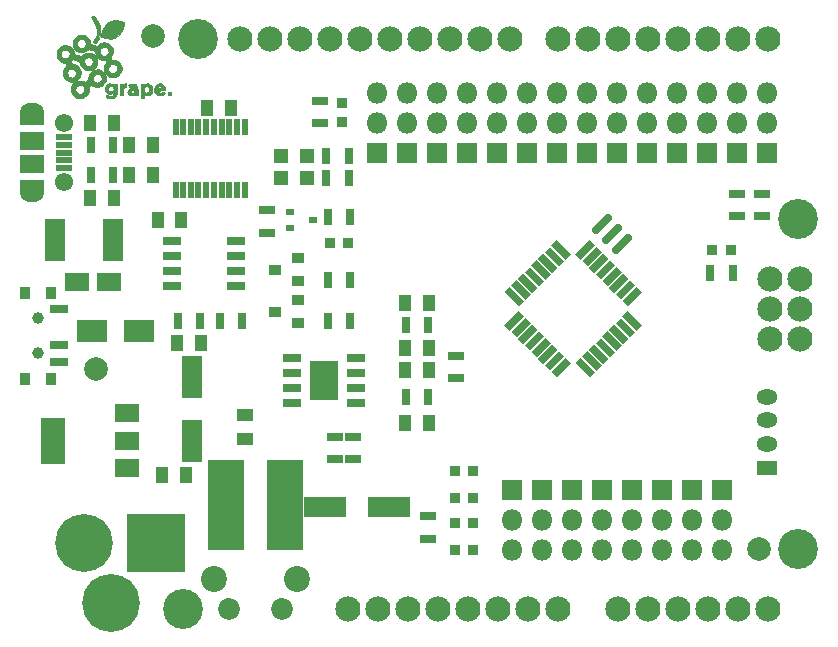
<source format=gts>
%TF.GenerationSoftware,KiCad,Pcbnew,4.0.7*%
%TF.CreationDate,2018-07-15T20:27:14+02:00*%
%TF.ProjectId,Grape,47726170652E6B696361645F70636200,rev?*%
%TF.FileFunction,Soldermask,Top*%
%FSLAX46Y46*%
G04 Gerber Fmt 4.6, Leading zero omitted, Abs format (unit mm)*
G04 Created by KiCad (PCBNEW 4.0.7) date 07/15/18 20:27:14*
%MOMM*%
%LPD*%
G01*
G04 APERTURE LIST*
%ADD10C,0.150000*%
%ADD11C,0.010000*%
%ADD12C,2.000000*%
%ADD13C,2.133600*%
%ADD14C,3.378200*%
%ADD15R,1.100000X1.350000*%
%ADD16R,2.050000X1.600000*%
%ADD17R,0.900000X0.850000*%
%ADD18R,3.600000X1.700000*%
%ADD19R,1.700000X3.600000*%
%ADD20R,1.350000X1.100000*%
%ADD21R,2.600000X1.900000*%
%ADD22R,0.900000X0.900000*%
%ADD23C,4.900000*%
%ADD24R,4.900000X4.900000*%
%ADD25R,3.100000X7.600000*%
%ADD26R,0.800000X1.400000*%
%ADD27R,1.300000X1.300000*%
%ADD28R,1.800000X1.800000*%
%ADD29O,1.800000X1.800000*%
%ADD30R,1.800000X1.300000*%
%ADD31O,1.800000X1.300000*%
%ADD32R,0.800000X0.550000*%
%ADD33R,1.000000X0.900000*%
%ADD34R,1.400000X0.800000*%
%ADD35C,2.200000*%
%ADD36C,1.850000*%
%ADD37C,1.000000*%
%ADD38R,1.600000X0.800000*%
%ADD39R,0.900000X1.100000*%
%ADD40R,0.506400X1.370000*%
%ADD41R,1.650000X0.700000*%
%ADD42R,2.100000X3.900000*%
%ADD43R,2.100000X1.600000*%
%ADD44R,1.300000X1.700000*%
%ADD45C,0.652780*%
%ADD46R,2.000000X1.600000*%
%ADD47C,1.550000*%
%ADD48R,1.450000X0.500000*%
%ADD49O,2.000000X1.300000*%
%ADD50R,2.000000X1.300000*%
G04 APERTURE END LIST*
D10*
D11*
G36*
X7984085Y-6464626D02*
X8108426Y-6514580D01*
X8125680Y-6526148D01*
X8176830Y-6561164D01*
X8198885Y-6567189D01*
X8204091Y-6544748D01*
X8204200Y-6529529D01*
X8209809Y-6499237D01*
X8234728Y-6483456D01*
X8291093Y-6477623D01*
X8343900Y-6477000D01*
X8483600Y-6477000D01*
X8482493Y-6864350D01*
X8479647Y-7072827D01*
X8471150Y-7237492D01*
X8455074Y-7365198D01*
X8429489Y-7462796D01*
X8392466Y-7537138D01*
X8342075Y-7595076D01*
X8276389Y-7643462D01*
X8260414Y-7653083D01*
X8173828Y-7685163D01*
X8055006Y-7704891D01*
X7921251Y-7711180D01*
X7789863Y-7702942D01*
X7707992Y-7687804D01*
X7610520Y-7661084D01*
X7555380Y-7637811D01*
X7535287Y-7610523D01*
X7542959Y-7571758D01*
X7559823Y-7536008D01*
X7588507Y-7480689D01*
X7605640Y-7449696D01*
X7606741Y-7448105D01*
X7632212Y-7450362D01*
X7693048Y-7462967D01*
X7767679Y-7481084D01*
X7913649Y-7503347D01*
X8035353Y-7491535D01*
X8127714Y-7447959D01*
X8185655Y-7374932D01*
X8204200Y-7282334D01*
X8201633Y-7233646D01*
X8187405Y-7229205D01*
X8160757Y-7253414D01*
X8082253Y-7308167D01*
X7980729Y-7349439D01*
X7883912Y-7365997D01*
X7882835Y-7366000D01*
X7780159Y-7345840D01*
X7672486Y-7293082D01*
X7579896Y-7219306D01*
X7538407Y-7167347D01*
X7502380Y-7093829D01*
X7484584Y-7009638D01*
X7480300Y-6908800D01*
X7747000Y-6908800D01*
X7767503Y-7013315D01*
X7822275Y-7088764D01*
X7901204Y-7130802D01*
X7994181Y-7135088D01*
X8091094Y-7097276D01*
X8126051Y-7071642D01*
X8187512Y-6992600D01*
X8206923Y-6904224D01*
X8188707Y-6817683D01*
X8137291Y-6744151D01*
X8057100Y-6694798D01*
X7970981Y-6680200D01*
X7865442Y-6701201D01*
X7790726Y-6760919D01*
X7751666Y-6854420D01*
X7747000Y-6908800D01*
X7480300Y-6908800D01*
X7495883Y-6756319D01*
X7545089Y-6638388D01*
X7631597Y-6548518D01*
X7711596Y-6501094D01*
X7848073Y-6459904D01*
X7984085Y-6464626D01*
X7984085Y-6464626D01*
G37*
X7984085Y-6464626D02*
X8108426Y-6514580D01*
X8125680Y-6526148D01*
X8176830Y-6561164D01*
X8198885Y-6567189D01*
X8204091Y-6544748D01*
X8204200Y-6529529D01*
X8209809Y-6499237D01*
X8234728Y-6483456D01*
X8291093Y-6477623D01*
X8343900Y-6477000D01*
X8483600Y-6477000D01*
X8482493Y-6864350D01*
X8479647Y-7072827D01*
X8471150Y-7237492D01*
X8455074Y-7365198D01*
X8429489Y-7462796D01*
X8392466Y-7537138D01*
X8342075Y-7595076D01*
X8276389Y-7643462D01*
X8260414Y-7653083D01*
X8173828Y-7685163D01*
X8055006Y-7704891D01*
X7921251Y-7711180D01*
X7789863Y-7702942D01*
X7707992Y-7687804D01*
X7610520Y-7661084D01*
X7555380Y-7637811D01*
X7535287Y-7610523D01*
X7542959Y-7571758D01*
X7559823Y-7536008D01*
X7588507Y-7480689D01*
X7605640Y-7449696D01*
X7606741Y-7448105D01*
X7632212Y-7450362D01*
X7693048Y-7462967D01*
X7767679Y-7481084D01*
X7913649Y-7503347D01*
X8035353Y-7491535D01*
X8127714Y-7447959D01*
X8185655Y-7374932D01*
X8204200Y-7282334D01*
X8201633Y-7233646D01*
X8187405Y-7229205D01*
X8160757Y-7253414D01*
X8082253Y-7308167D01*
X7980729Y-7349439D01*
X7883912Y-7365997D01*
X7882835Y-7366000D01*
X7780159Y-7345840D01*
X7672486Y-7293082D01*
X7579896Y-7219306D01*
X7538407Y-7167347D01*
X7502380Y-7093829D01*
X7484584Y-7009638D01*
X7480300Y-6908800D01*
X7747000Y-6908800D01*
X7767503Y-7013315D01*
X7822275Y-7088764D01*
X7901204Y-7130802D01*
X7994181Y-7135088D01*
X8091094Y-7097276D01*
X8126051Y-7071642D01*
X8187512Y-6992600D01*
X8206923Y-6904224D01*
X8188707Y-6817683D01*
X8137291Y-6744151D01*
X8057100Y-6694798D01*
X7970981Y-6680200D01*
X7865442Y-6701201D01*
X7790726Y-6760919D01*
X7751666Y-6854420D01*
X7747000Y-6908800D01*
X7480300Y-6908800D01*
X7495883Y-6756319D01*
X7545089Y-6638388D01*
X7631597Y-6548518D01*
X7711596Y-6501094D01*
X7848073Y-6459904D01*
X7984085Y-6464626D01*
G36*
X11217055Y-6490432D02*
X11329444Y-6559769D01*
X11419199Y-6665085D01*
X11428879Y-6681663D01*
X11480118Y-6821475D01*
X11494346Y-6977898D01*
X11471562Y-7132749D01*
X11428879Y-7239320D01*
X11345440Y-7346260D01*
X11236753Y-7419889D01*
X11113939Y-7457281D01*
X10988119Y-7455509D01*
X10870415Y-7411645D01*
X10843156Y-7393461D01*
X10769600Y-7339079D01*
X10769600Y-7721600D01*
X10490200Y-7721600D01*
X10490200Y-6994369D01*
X10764375Y-6994369D01*
X10791063Y-7084463D01*
X10840220Y-7161226D01*
X10907480Y-7215852D01*
X10988474Y-7239537D01*
X11078835Y-7223474D01*
X11101206Y-7212847D01*
X11159378Y-7158032D01*
X11204385Y-7072869D01*
X11226130Y-6977716D01*
X11226800Y-6959600D01*
X11208178Y-6846857D01*
X11158195Y-6759362D01*
X11085670Y-6702624D01*
X10999424Y-6682155D01*
X10908275Y-6703467D01*
X10862800Y-6732155D01*
X10795877Y-6809410D01*
X10764524Y-6899749D01*
X10764375Y-6994369D01*
X10490200Y-6994369D01*
X10490200Y-6477000D01*
X10629900Y-6477000D01*
X10710461Y-6479109D01*
X10752430Y-6488479D01*
X10767942Y-6509673D01*
X10769600Y-6529529D01*
X10771701Y-6562252D01*
X10786171Y-6566704D01*
X10825255Y-6542356D01*
X10848119Y-6526148D01*
X10965990Y-6470835D01*
X11092436Y-6459859D01*
X11217055Y-6490432D01*
X11217055Y-6490432D01*
G37*
X11217055Y-6490432D02*
X11329444Y-6559769D01*
X11419199Y-6665085D01*
X11428879Y-6681663D01*
X11480118Y-6821475D01*
X11494346Y-6977898D01*
X11471562Y-7132749D01*
X11428879Y-7239320D01*
X11345440Y-7346260D01*
X11236753Y-7419889D01*
X11113939Y-7457281D01*
X10988119Y-7455509D01*
X10870415Y-7411645D01*
X10843156Y-7393461D01*
X10769600Y-7339079D01*
X10769600Y-7721600D01*
X10490200Y-7721600D01*
X10490200Y-6994369D01*
X10764375Y-6994369D01*
X10791063Y-7084463D01*
X10840220Y-7161226D01*
X10907480Y-7215852D01*
X10988474Y-7239537D01*
X11078835Y-7223474D01*
X11101206Y-7212847D01*
X11159378Y-7158032D01*
X11204385Y-7072869D01*
X11226130Y-6977716D01*
X11226800Y-6959600D01*
X11208178Y-6846857D01*
X11158195Y-6759362D01*
X11085670Y-6702624D01*
X10999424Y-6682155D01*
X10908275Y-6703467D01*
X10862800Y-6732155D01*
X10795877Y-6809410D01*
X10764524Y-6899749D01*
X10764375Y-6994369D01*
X10490200Y-6994369D01*
X10490200Y-6477000D01*
X10629900Y-6477000D01*
X10710461Y-6479109D01*
X10752430Y-6488479D01*
X10767942Y-6509673D01*
X10769600Y-6529529D01*
X10771701Y-6562252D01*
X10786171Y-6566704D01*
X10825255Y-6542356D01*
X10848119Y-6526148D01*
X10965990Y-6470835D01*
X11092436Y-6459859D01*
X11217055Y-6490432D01*
G36*
X7022661Y-5301310D02*
X7174101Y-5363250D01*
X7308621Y-5456588D01*
X7419774Y-5579045D01*
X7501114Y-5728345D01*
X7546196Y-5902212D01*
X7553199Y-6007100D01*
X7531043Y-6204909D01*
X7463844Y-6379292D01*
X7351877Y-6529772D01*
X7195419Y-6655875D01*
X7165766Y-6674058D01*
X7086772Y-6712749D01*
X6999124Y-6736324D01*
X6883859Y-6749491D01*
X6854210Y-6751383D01*
X6747711Y-6755624D01*
X6671047Y-6750897D01*
X6603509Y-6733316D01*
X6524388Y-6698993D01*
X6492527Y-6683487D01*
X6409997Y-6644133D01*
X6345443Y-6615707D01*
X6312149Y-6604039D01*
X6311446Y-6604000D01*
X6280263Y-6616568D01*
X6222506Y-6648623D01*
X6184046Y-6672186D01*
X6076267Y-6740373D01*
X6089251Y-6883562D01*
X6082651Y-7072106D01*
X6031260Y-7250188D01*
X5939615Y-7409099D01*
X5812253Y-7540132D01*
X5712906Y-7605987D01*
X5581511Y-7657507D01*
X5428118Y-7686927D01*
X5272267Y-7692492D01*
X5133495Y-7672447D01*
X5098226Y-7661219D01*
X4923281Y-7571114D01*
X4784277Y-7446606D01*
X4684014Y-7291791D01*
X4625292Y-7110766D01*
X4614031Y-6989292D01*
X4966015Y-6989292D01*
X4997240Y-7104577D01*
X5062020Y-7204213D01*
X5152216Y-7281449D01*
X5259688Y-7329534D01*
X5376296Y-7341716D01*
X5493900Y-7311243D01*
X5506711Y-7304913D01*
X5620451Y-7221544D01*
X5693934Y-7116949D01*
X5727301Y-7000370D01*
X5720689Y-6881051D01*
X5674238Y-6768232D01*
X5588086Y-6671157D01*
X5496313Y-6613675D01*
X5374774Y-6581823D01*
X5251841Y-6594002D01*
X5138395Y-6644951D01*
X5045318Y-6729406D01*
X4983490Y-6842104D01*
X4976485Y-6865111D01*
X4966015Y-6989292D01*
X4614031Y-6989292D01*
X4610100Y-6946900D01*
X4633252Y-6754966D01*
X4699441Y-6584682D01*
X4803764Y-6440889D01*
X4941317Y-6328432D01*
X5107197Y-6252153D01*
X5296502Y-6216895D01*
X5351033Y-6215036D01*
X5468989Y-6219589D01*
X5561234Y-6237404D01*
X5652195Y-6273564D01*
X5667082Y-6280807D01*
X5800997Y-6347080D01*
X6069159Y-6184900D01*
X6069879Y-6043460D01*
X6072385Y-6020480D01*
X6428871Y-6020480D01*
X6452087Y-6139375D01*
X6483954Y-6199589D01*
X6584418Y-6311957D01*
X6701054Y-6378580D01*
X6829031Y-6397803D01*
X6963515Y-6367968D01*
X6968851Y-6365777D01*
X7077349Y-6295853D01*
X7151172Y-6197729D01*
X7188603Y-6081857D01*
X7187929Y-5958691D01*
X7147434Y-5838686D01*
X7071762Y-5738327D01*
X7010962Y-5687330D01*
X6949232Y-5659718D01*
X6864242Y-5646487D01*
X6839232Y-5644543D01*
X6745087Y-5642196D01*
X6678776Y-5654403D01*
X6618310Y-5685810D01*
X6606580Y-5693702D01*
X6508756Y-5786761D01*
X6448641Y-5899315D01*
X6428871Y-6020480D01*
X6072385Y-6020480D01*
X6091354Y-5846554D01*
X6151945Y-5672437D01*
X6237260Y-5542261D01*
X6376613Y-5413061D01*
X6531276Y-5326643D01*
X6694802Y-5280730D01*
X6860746Y-5273044D01*
X7022661Y-5301310D01*
X7022661Y-5301310D01*
G37*
X7022661Y-5301310D02*
X7174101Y-5363250D01*
X7308621Y-5456588D01*
X7419774Y-5579045D01*
X7501114Y-5728345D01*
X7546196Y-5902212D01*
X7553199Y-6007100D01*
X7531043Y-6204909D01*
X7463844Y-6379292D01*
X7351877Y-6529772D01*
X7195419Y-6655875D01*
X7165766Y-6674058D01*
X7086772Y-6712749D01*
X6999124Y-6736324D01*
X6883859Y-6749491D01*
X6854210Y-6751383D01*
X6747711Y-6755624D01*
X6671047Y-6750897D01*
X6603509Y-6733316D01*
X6524388Y-6698993D01*
X6492527Y-6683487D01*
X6409997Y-6644133D01*
X6345443Y-6615707D01*
X6312149Y-6604039D01*
X6311446Y-6604000D01*
X6280263Y-6616568D01*
X6222506Y-6648623D01*
X6184046Y-6672186D01*
X6076267Y-6740373D01*
X6089251Y-6883562D01*
X6082651Y-7072106D01*
X6031260Y-7250188D01*
X5939615Y-7409099D01*
X5812253Y-7540132D01*
X5712906Y-7605987D01*
X5581511Y-7657507D01*
X5428118Y-7686927D01*
X5272267Y-7692492D01*
X5133495Y-7672447D01*
X5098226Y-7661219D01*
X4923281Y-7571114D01*
X4784277Y-7446606D01*
X4684014Y-7291791D01*
X4625292Y-7110766D01*
X4614031Y-6989292D01*
X4966015Y-6989292D01*
X4997240Y-7104577D01*
X5062020Y-7204213D01*
X5152216Y-7281449D01*
X5259688Y-7329534D01*
X5376296Y-7341716D01*
X5493900Y-7311243D01*
X5506711Y-7304913D01*
X5620451Y-7221544D01*
X5693934Y-7116949D01*
X5727301Y-7000370D01*
X5720689Y-6881051D01*
X5674238Y-6768232D01*
X5588086Y-6671157D01*
X5496313Y-6613675D01*
X5374774Y-6581823D01*
X5251841Y-6594002D01*
X5138395Y-6644951D01*
X5045318Y-6729406D01*
X4983490Y-6842104D01*
X4976485Y-6865111D01*
X4966015Y-6989292D01*
X4614031Y-6989292D01*
X4610100Y-6946900D01*
X4633252Y-6754966D01*
X4699441Y-6584682D01*
X4803764Y-6440889D01*
X4941317Y-6328432D01*
X5107197Y-6252153D01*
X5296502Y-6216895D01*
X5351033Y-6215036D01*
X5468989Y-6219589D01*
X5561234Y-6237404D01*
X5652195Y-6273564D01*
X5667082Y-6280807D01*
X5800997Y-6347080D01*
X6069159Y-6184900D01*
X6069879Y-6043460D01*
X6072385Y-6020480D01*
X6428871Y-6020480D01*
X6452087Y-6139375D01*
X6483954Y-6199589D01*
X6584418Y-6311957D01*
X6701054Y-6378580D01*
X6829031Y-6397803D01*
X6963515Y-6367968D01*
X6968851Y-6365777D01*
X7077349Y-6295853D01*
X7151172Y-6197729D01*
X7188603Y-6081857D01*
X7187929Y-5958691D01*
X7147434Y-5838686D01*
X7071762Y-5738327D01*
X7010962Y-5687330D01*
X6949232Y-5659718D01*
X6864242Y-5646487D01*
X6839232Y-5644543D01*
X6745087Y-5642196D01*
X6678776Y-5654403D01*
X6618310Y-5685810D01*
X6606580Y-5693702D01*
X6508756Y-5786761D01*
X6448641Y-5899315D01*
X6428871Y-6020480D01*
X6072385Y-6020480D01*
X6091354Y-5846554D01*
X6151945Y-5672437D01*
X6237260Y-5542261D01*
X6376613Y-5413061D01*
X6531276Y-5326643D01*
X6694802Y-5280730D01*
X6860746Y-5273044D01*
X7022661Y-5301310D01*
G36*
X9907664Y-6493067D02*
X9982992Y-6500981D01*
X10036557Y-6518340D01*
X10075545Y-6542305D01*
X10136107Y-6594528D01*
X10179739Y-6654708D01*
X10208993Y-6731802D01*
X10226424Y-6834767D01*
X10234585Y-6972562D01*
X10236160Y-7105650D01*
X10236200Y-7442200D01*
X10109200Y-7442200D01*
X10030808Y-7438601D01*
X9992077Y-7425486D01*
X9982200Y-7401178D01*
X9977803Y-7375444D01*
X9955813Y-7378987D01*
X9917561Y-7402510D01*
X9823876Y-7440965D01*
X9708005Y-7457557D01*
X9594463Y-7450411D01*
X9532993Y-7431912D01*
X9448033Y-7369190D01*
X9395197Y-7280822D01*
X9374551Y-7179143D01*
X9378810Y-7141481D01*
X9631499Y-7141481D01*
X9644019Y-7209974D01*
X9691503Y-7256789D01*
X9761594Y-7278711D01*
X9841931Y-7272529D01*
X9920155Y-7235029D01*
X9937285Y-7220973D01*
X9973936Y-7157518D01*
X9977052Y-7113325D01*
X9949355Y-7056707D01*
X9891616Y-7024577D01*
X9817663Y-7015808D01*
X9741321Y-7029274D01*
X9676419Y-7063847D01*
X9636784Y-7118401D01*
X9631499Y-7141481D01*
X9378810Y-7141481D01*
X9386162Y-7076489D01*
X9430097Y-6985196D01*
X9506421Y-6917601D01*
X9530152Y-6906027D01*
X9605575Y-6886726D01*
X9711707Y-6875525D01*
X9798050Y-6873841D01*
X9902590Y-6872587D01*
X9961929Y-6861897D01*
X9981349Y-6837983D01*
X9966135Y-6797055D01*
X9946153Y-6767604D01*
X9909733Y-6736418D01*
X9850112Y-6721458D01*
X9774703Y-6718300D01*
X9683091Y-6721848D01*
X9602168Y-6730876D01*
X9572470Y-6737075D01*
X9529087Y-6744543D01*
X9504149Y-6727605D01*
X9485276Y-6675062D01*
X9479537Y-6653016D01*
X9465389Y-6586993D01*
X9471086Y-6551998D01*
X9502248Y-6530292D01*
X9520967Y-6522239D01*
X9578243Y-6508671D01*
X9668675Y-6498071D01*
X9774630Y-6492378D01*
X9796145Y-6491999D01*
X9907664Y-6493067D01*
X9907664Y-6493067D01*
G37*
X9907664Y-6493067D02*
X9982992Y-6500981D01*
X10036557Y-6518340D01*
X10075545Y-6542305D01*
X10136107Y-6594528D01*
X10179739Y-6654708D01*
X10208993Y-6731802D01*
X10226424Y-6834767D01*
X10234585Y-6972562D01*
X10236160Y-7105650D01*
X10236200Y-7442200D01*
X10109200Y-7442200D01*
X10030808Y-7438601D01*
X9992077Y-7425486D01*
X9982200Y-7401178D01*
X9977803Y-7375444D01*
X9955813Y-7378987D01*
X9917561Y-7402510D01*
X9823876Y-7440965D01*
X9708005Y-7457557D01*
X9594463Y-7450411D01*
X9532993Y-7431912D01*
X9448033Y-7369190D01*
X9395197Y-7280822D01*
X9374551Y-7179143D01*
X9378810Y-7141481D01*
X9631499Y-7141481D01*
X9644019Y-7209974D01*
X9691503Y-7256789D01*
X9761594Y-7278711D01*
X9841931Y-7272529D01*
X9920155Y-7235029D01*
X9937285Y-7220973D01*
X9973936Y-7157518D01*
X9977052Y-7113325D01*
X9949355Y-7056707D01*
X9891616Y-7024577D01*
X9817663Y-7015808D01*
X9741321Y-7029274D01*
X9676419Y-7063847D01*
X9636784Y-7118401D01*
X9631499Y-7141481D01*
X9378810Y-7141481D01*
X9386162Y-7076489D01*
X9430097Y-6985196D01*
X9506421Y-6917601D01*
X9530152Y-6906027D01*
X9605575Y-6886726D01*
X9711707Y-6875525D01*
X9798050Y-6873841D01*
X9902590Y-6872587D01*
X9961929Y-6861897D01*
X9981349Y-6837983D01*
X9966135Y-6797055D01*
X9946153Y-6767604D01*
X9909733Y-6736418D01*
X9850112Y-6721458D01*
X9774703Y-6718300D01*
X9683091Y-6721848D01*
X9602168Y-6730876D01*
X9572470Y-6737075D01*
X9529087Y-6744543D01*
X9504149Y-6727605D01*
X9485276Y-6675062D01*
X9479537Y-6653016D01*
X9465389Y-6586993D01*
X9471086Y-6551998D01*
X9502248Y-6530292D01*
X9520967Y-6522239D01*
X9578243Y-6508671D01*
X9668675Y-6498071D01*
X9774630Y-6492378D01*
X9796145Y-6491999D01*
X9907664Y-6493067D01*
G36*
X12266454Y-6483990D02*
X12384798Y-6550687D01*
X12477194Y-6652416D01*
X12536945Y-6784037D01*
X12557206Y-6920520D01*
X12560300Y-7048500D01*
X12236450Y-7055608D01*
X12114885Y-7059985D01*
X12014133Y-7066864D01*
X11943716Y-7075355D01*
X11913157Y-7084564D01*
X11912600Y-7085942D01*
X11927807Y-7119165D01*
X11965055Y-7170014D01*
X11971418Y-7177547D01*
X12026860Y-7225711D01*
X12095530Y-7244397D01*
X12135690Y-7245927D01*
X12220647Y-7235451D01*
X12295375Y-7209608D01*
X12306379Y-7203183D01*
X12352419Y-7177304D01*
X12387574Y-7178815D01*
X12434684Y-7210276D01*
X12445502Y-7218769D01*
X12494149Y-7261143D01*
X12519734Y-7291134D01*
X12520794Y-7294420D01*
X12501162Y-7324395D01*
X12448060Y-7363356D01*
X12375690Y-7402734D01*
X12298253Y-7433959D01*
X12280900Y-7439175D01*
X12158740Y-7463179D01*
X12051736Y-7457891D01*
X11954641Y-7430550D01*
X11826927Y-7361622D01*
X11732040Y-7263409D01*
X11669762Y-7144520D01*
X11639877Y-7013566D01*
X11642167Y-6879156D01*
X11653329Y-6837027D01*
X11912600Y-6837027D01*
X11918100Y-6860310D01*
X11941314Y-6874244D01*
X11992313Y-6881144D01*
X12081169Y-6883321D01*
X12114478Y-6883400D01*
X12316357Y-6883400D01*
X12289524Y-6806428D01*
X12246771Y-6738738D01*
X12180968Y-6688550D01*
X12109679Y-6666807D01*
X12072958Y-6671464D01*
X12005876Y-6709135D01*
X11948026Y-6764226D01*
X11915231Y-6820404D01*
X11912600Y-6837027D01*
X11653329Y-6837027D01*
X11676414Y-6749903D01*
X11742403Y-6634414D01*
X11839915Y-6541302D01*
X11968733Y-6479177D01*
X11978710Y-6476269D01*
X12128860Y-6457470D01*
X12266454Y-6483990D01*
X12266454Y-6483990D01*
G37*
X12266454Y-6483990D02*
X12384798Y-6550687D01*
X12477194Y-6652416D01*
X12536945Y-6784037D01*
X12557206Y-6920520D01*
X12560300Y-7048500D01*
X12236450Y-7055608D01*
X12114885Y-7059985D01*
X12014133Y-7066864D01*
X11943716Y-7075355D01*
X11913157Y-7084564D01*
X11912600Y-7085942D01*
X11927807Y-7119165D01*
X11965055Y-7170014D01*
X11971418Y-7177547D01*
X12026860Y-7225711D01*
X12095530Y-7244397D01*
X12135690Y-7245927D01*
X12220647Y-7235451D01*
X12295375Y-7209608D01*
X12306379Y-7203183D01*
X12352419Y-7177304D01*
X12387574Y-7178815D01*
X12434684Y-7210276D01*
X12445502Y-7218769D01*
X12494149Y-7261143D01*
X12519734Y-7291134D01*
X12520794Y-7294420D01*
X12501162Y-7324395D01*
X12448060Y-7363356D01*
X12375690Y-7402734D01*
X12298253Y-7433959D01*
X12280900Y-7439175D01*
X12158740Y-7463179D01*
X12051736Y-7457891D01*
X11954641Y-7430550D01*
X11826927Y-7361622D01*
X11732040Y-7263409D01*
X11669762Y-7144520D01*
X11639877Y-7013566D01*
X11642167Y-6879156D01*
X11653329Y-6837027D01*
X11912600Y-6837027D01*
X11918100Y-6860310D01*
X11941314Y-6874244D01*
X11992313Y-6881144D01*
X12081169Y-6883321D01*
X12114478Y-6883400D01*
X12316357Y-6883400D01*
X12289524Y-6806428D01*
X12246771Y-6738738D01*
X12180968Y-6688550D01*
X12109679Y-6666807D01*
X12072958Y-6671464D01*
X12005876Y-6709135D01*
X11948026Y-6764226D01*
X11915231Y-6820404D01*
X11912600Y-6837027D01*
X11653329Y-6837027D01*
X11676414Y-6749903D01*
X11742403Y-6634414D01*
X11839915Y-6541302D01*
X11968733Y-6479177D01*
X11978710Y-6476269D01*
X12128860Y-6457470D01*
X12266454Y-6483990D01*
G36*
X9296400Y-6585298D02*
X9294982Y-6665587D01*
X9285676Y-6709009D01*
X9260904Y-6729494D01*
X9213088Y-6740975D01*
X9211562Y-6741262D01*
X9133377Y-6771781D01*
X9065512Y-6822265D01*
X9038117Y-6855695D01*
X9019769Y-6893954D01*
X9008185Y-6948247D01*
X9001081Y-7029776D01*
X8996175Y-7149744D01*
X8995702Y-7164776D01*
X8987105Y-7442200D01*
X8712200Y-7442200D01*
X8712200Y-6477000D01*
X8851900Y-6477000D01*
X8931763Y-6478269D01*
X8973331Y-6486648D01*
X8989108Y-6508994D01*
X8991599Y-6552163D01*
X8991600Y-6553600D01*
X8991600Y-6630201D01*
X9061450Y-6553537D01*
X9128189Y-6498997D01*
X9202123Y-6463881D01*
X9213850Y-6461061D01*
X9296400Y-6445250D01*
X9296400Y-6585298D01*
X9296400Y-6585298D01*
G37*
X9296400Y-6585298D02*
X9294982Y-6665587D01*
X9285676Y-6709009D01*
X9260904Y-6729494D01*
X9213088Y-6740975D01*
X9211562Y-6741262D01*
X9133377Y-6771781D01*
X9065512Y-6822265D01*
X9038117Y-6855695D01*
X9019769Y-6893954D01*
X9008185Y-6948247D01*
X9001081Y-7029776D01*
X8996175Y-7149744D01*
X8995702Y-7164776D01*
X8987105Y-7442200D01*
X8712200Y-7442200D01*
X8712200Y-6477000D01*
X8851900Y-6477000D01*
X8931763Y-6478269D01*
X8973331Y-6486648D01*
X8989108Y-6508994D01*
X8991599Y-6552163D01*
X8991600Y-6553600D01*
X8991600Y-6630201D01*
X9061450Y-6553537D01*
X9128189Y-6498997D01*
X9202123Y-6463881D01*
X9213850Y-6461061D01*
X9296400Y-6445250D01*
X9296400Y-6585298D01*
G36*
X13055600Y-7442200D02*
X12776200Y-7442200D01*
X12776200Y-7162800D01*
X13055600Y-7162800D01*
X13055600Y-7442200D01*
X13055600Y-7442200D01*
G37*
X13055600Y-7442200D02*
X12776200Y-7442200D01*
X12776200Y-7162800D01*
X13055600Y-7162800D01*
X13055600Y-7442200D01*
G36*
X4371713Y-3250010D02*
X4527116Y-3331143D01*
X4662115Y-3445887D01*
X4768898Y-3588543D01*
X4839653Y-3753413D01*
X4853756Y-3811676D01*
X4883535Y-3963040D01*
X5461983Y-4145222D01*
X5566332Y-4050949D01*
X5715096Y-3940281D01*
X5871076Y-3875012D01*
X6047280Y-3850072D01*
X6083300Y-3849474D01*
X6277025Y-3872827D01*
X6449723Y-3939756D01*
X6596195Y-4045565D01*
X6711244Y-4185559D01*
X6789670Y-4355043D01*
X6823584Y-4518111D01*
X6822464Y-4700155D01*
X6777058Y-4864352D01*
X6684882Y-5017374D01*
X6603225Y-5109491D01*
X6455314Y-5230539D01*
X6296910Y-5304055D01*
X6120669Y-5333212D01*
X6083300Y-5334000D01*
X5901908Y-5309859D01*
X5733264Y-5241776D01*
X5585014Y-5136263D01*
X5464805Y-4999829D01*
X5380284Y-4838985D01*
X5344743Y-4705186D01*
X5329042Y-4606997D01*
X5176430Y-4559513D01*
X5700426Y-4559513D01*
X5710236Y-4675227D01*
X5766938Y-4794460D01*
X5773274Y-4804111D01*
X5867312Y-4903213D01*
X5983884Y-4960476D01*
X6113199Y-4972914D01*
X6231351Y-4943753D01*
X6333777Y-4876890D01*
X6415360Y-4778402D01*
X6461596Y-4666053D01*
X6462716Y-4660409D01*
X6459817Y-4549703D01*
X6417257Y-4436779D01*
X6343040Y-4336982D01*
X6261100Y-4273967D01*
X6128627Y-4224340D01*
X6000728Y-4221405D01*
X5885282Y-4262736D01*
X5790165Y-4345909D01*
X5736333Y-4435578D01*
X5700426Y-4559513D01*
X5176430Y-4559513D01*
X5023265Y-4511857D01*
X4717489Y-4416716D01*
X4647129Y-4484125D01*
X4576770Y-4551533D01*
X4620722Y-4680836D01*
X4647137Y-4752866D01*
X4674350Y-4794698D01*
X4717513Y-4819135D01*
X4791776Y-4838984D01*
X4813803Y-4844009D01*
X5000806Y-4910025D01*
X5157828Y-5013497D01*
X5280617Y-5149222D01*
X5364921Y-5311996D01*
X5406489Y-5496616D01*
X5410200Y-5573968D01*
X5387027Y-5755533D01*
X5321955Y-5919946D01*
X5221651Y-6062419D01*
X5092784Y-6178165D01*
X4942022Y-6262396D01*
X4776032Y-6310323D01*
X4601484Y-6317158D01*
X4428044Y-6279195D01*
X4249890Y-6190630D01*
X4106456Y-6066564D01*
X4001013Y-5910707D01*
X3936833Y-5726771D01*
X3935474Y-5720352D01*
X3925254Y-5578404D01*
X4284264Y-5578404D01*
X4306035Y-5701204D01*
X4365358Y-5806174D01*
X4452756Y-5888147D01*
X4558755Y-5941958D01*
X4673880Y-5962439D01*
X4788654Y-5944424D01*
X4873031Y-5899440D01*
X4972952Y-5804400D01*
X5027394Y-5698553D01*
X5041900Y-5588000D01*
X5020746Y-5463490D01*
X4963284Y-5360680D01*
X4878509Y-5282063D01*
X4775416Y-5230132D01*
X4663001Y-5207382D01*
X4550261Y-5216307D01*
X4446190Y-5259401D01*
X4359784Y-5339158D01*
X4327830Y-5390026D01*
X4298766Y-5472938D01*
X4284545Y-5566306D01*
X4284264Y-5578404D01*
X3925254Y-5578404D01*
X3922827Y-5544712D01*
X3952594Y-5366771D01*
X4020517Y-5200278D01*
X4122340Y-5058982D01*
X4148169Y-5033295D01*
X4211773Y-4973890D01*
X4167317Y-4843102D01*
X4138623Y-4766737D01*
X4110115Y-4725217D01*
X4067784Y-4704613D01*
X4017730Y-4694366D01*
X3826536Y-4638497D01*
X3663930Y-4543655D01*
X3534213Y-4414482D01*
X3441688Y-4255621D01*
X3390654Y-4071715D01*
X3383924Y-4010247D01*
X3384511Y-3998465D01*
X3737276Y-3998465D01*
X3775760Y-4115165D01*
X3828801Y-4193618D01*
X3935714Y-4286520D01*
X4057740Y-4334058D01*
X4187085Y-4334462D01*
X4292093Y-4298910D01*
X4396810Y-4221373D01*
X4464482Y-4119553D01*
X4495069Y-4003908D01*
X4488534Y-3884894D01*
X4444835Y-3772967D01*
X4363934Y-3678584D01*
X4294608Y-3633224D01*
X4165399Y-3590105D01*
X4043438Y-3589919D01*
X3934294Y-3625966D01*
X3843536Y-3691544D01*
X3776734Y-3779954D01*
X3739457Y-3884494D01*
X3737276Y-3998465D01*
X3384511Y-3998465D01*
X3393581Y-3816744D01*
X3448297Y-3640055D01*
X3543602Y-3485697D01*
X3675028Y-3359188D01*
X3838105Y-3266048D01*
X4028362Y-3211794D01*
X4030943Y-3211378D01*
X4203718Y-3208189D01*
X4371713Y-3250010D01*
X4371713Y-3250010D01*
G37*
X4371713Y-3250010D02*
X4527116Y-3331143D01*
X4662115Y-3445887D01*
X4768898Y-3588543D01*
X4839653Y-3753413D01*
X4853756Y-3811676D01*
X4883535Y-3963040D01*
X5461983Y-4145222D01*
X5566332Y-4050949D01*
X5715096Y-3940281D01*
X5871076Y-3875012D01*
X6047280Y-3850072D01*
X6083300Y-3849474D01*
X6277025Y-3872827D01*
X6449723Y-3939756D01*
X6596195Y-4045565D01*
X6711244Y-4185559D01*
X6789670Y-4355043D01*
X6823584Y-4518111D01*
X6822464Y-4700155D01*
X6777058Y-4864352D01*
X6684882Y-5017374D01*
X6603225Y-5109491D01*
X6455314Y-5230539D01*
X6296910Y-5304055D01*
X6120669Y-5333212D01*
X6083300Y-5334000D01*
X5901908Y-5309859D01*
X5733264Y-5241776D01*
X5585014Y-5136263D01*
X5464805Y-4999829D01*
X5380284Y-4838985D01*
X5344743Y-4705186D01*
X5329042Y-4606997D01*
X5176430Y-4559513D01*
X5700426Y-4559513D01*
X5710236Y-4675227D01*
X5766938Y-4794460D01*
X5773274Y-4804111D01*
X5867312Y-4903213D01*
X5983884Y-4960476D01*
X6113199Y-4972914D01*
X6231351Y-4943753D01*
X6333777Y-4876890D01*
X6415360Y-4778402D01*
X6461596Y-4666053D01*
X6462716Y-4660409D01*
X6459817Y-4549703D01*
X6417257Y-4436779D01*
X6343040Y-4336982D01*
X6261100Y-4273967D01*
X6128627Y-4224340D01*
X6000728Y-4221405D01*
X5885282Y-4262736D01*
X5790165Y-4345909D01*
X5736333Y-4435578D01*
X5700426Y-4559513D01*
X5176430Y-4559513D01*
X5023265Y-4511857D01*
X4717489Y-4416716D01*
X4647129Y-4484125D01*
X4576770Y-4551533D01*
X4620722Y-4680836D01*
X4647137Y-4752866D01*
X4674350Y-4794698D01*
X4717513Y-4819135D01*
X4791776Y-4838984D01*
X4813803Y-4844009D01*
X5000806Y-4910025D01*
X5157828Y-5013497D01*
X5280617Y-5149222D01*
X5364921Y-5311996D01*
X5406489Y-5496616D01*
X5410200Y-5573968D01*
X5387027Y-5755533D01*
X5321955Y-5919946D01*
X5221651Y-6062419D01*
X5092784Y-6178165D01*
X4942022Y-6262396D01*
X4776032Y-6310323D01*
X4601484Y-6317158D01*
X4428044Y-6279195D01*
X4249890Y-6190630D01*
X4106456Y-6066564D01*
X4001013Y-5910707D01*
X3936833Y-5726771D01*
X3935474Y-5720352D01*
X3925254Y-5578404D01*
X4284264Y-5578404D01*
X4306035Y-5701204D01*
X4365358Y-5806174D01*
X4452756Y-5888147D01*
X4558755Y-5941958D01*
X4673880Y-5962439D01*
X4788654Y-5944424D01*
X4873031Y-5899440D01*
X4972952Y-5804400D01*
X5027394Y-5698553D01*
X5041900Y-5588000D01*
X5020746Y-5463490D01*
X4963284Y-5360680D01*
X4878509Y-5282063D01*
X4775416Y-5230132D01*
X4663001Y-5207382D01*
X4550261Y-5216307D01*
X4446190Y-5259401D01*
X4359784Y-5339158D01*
X4327830Y-5390026D01*
X4298766Y-5472938D01*
X4284545Y-5566306D01*
X4284264Y-5578404D01*
X3925254Y-5578404D01*
X3922827Y-5544712D01*
X3952594Y-5366771D01*
X4020517Y-5200278D01*
X4122340Y-5058982D01*
X4148169Y-5033295D01*
X4211773Y-4973890D01*
X4167317Y-4843102D01*
X4138623Y-4766737D01*
X4110115Y-4725217D01*
X4067784Y-4704613D01*
X4017730Y-4694366D01*
X3826536Y-4638497D01*
X3663930Y-4543655D01*
X3534213Y-4414482D01*
X3441688Y-4255621D01*
X3390654Y-4071715D01*
X3383924Y-4010247D01*
X3384511Y-3998465D01*
X3737276Y-3998465D01*
X3775760Y-4115165D01*
X3828801Y-4193618D01*
X3935714Y-4286520D01*
X4057740Y-4334058D01*
X4187085Y-4334462D01*
X4292093Y-4298910D01*
X4396810Y-4221373D01*
X4464482Y-4119553D01*
X4495069Y-4003908D01*
X4488534Y-3884894D01*
X4444835Y-3772967D01*
X4363934Y-3678584D01*
X4294608Y-3633224D01*
X4165399Y-3590105D01*
X4043438Y-3589919D01*
X3934294Y-3625966D01*
X3843536Y-3691544D01*
X3776734Y-3779954D01*
X3739457Y-3884494D01*
X3737276Y-3998465D01*
X3384511Y-3998465D01*
X3393581Y-3816744D01*
X3448297Y-3640055D01*
X3543602Y-3485697D01*
X3675028Y-3359188D01*
X3838105Y-3266048D01*
X4028362Y-3211794D01*
X4030943Y-3211378D01*
X4203718Y-3208189D01*
X4371713Y-3250010D01*
G36*
X5676259Y-2359129D02*
X5847844Y-2424744D01*
X5991390Y-2531579D01*
X6104323Y-2677572D01*
X6184074Y-2860660D01*
X6199124Y-2914356D01*
X6240681Y-3079443D01*
X6524173Y-3170079D01*
X6807664Y-3260715D01*
X6889982Y-3182495D01*
X7039377Y-3072161D01*
X7202720Y-3005730D01*
X7372789Y-2980925D01*
X7542363Y-2995468D01*
X7704220Y-3047084D01*
X7851139Y-3133495D01*
X7975900Y-3252424D01*
X8071281Y-3401595D01*
X8128919Y-3573129D01*
X8142502Y-3760721D01*
X8107241Y-3947361D01*
X8024624Y-4125198D01*
X8024298Y-4125724D01*
X7946610Y-4250949D01*
X7990362Y-4347974D01*
X8020265Y-4406598D01*
X8052611Y-4435076D01*
X8105944Y-4444250D01*
X8156304Y-4445000D01*
X8332003Y-4469251D01*
X8500070Y-4537591D01*
X8649885Y-4643396D01*
X8770823Y-4780040D01*
X8816554Y-4856701D01*
X8864438Y-4994161D01*
X8885711Y-5154534D01*
X8879021Y-5316658D01*
X8853279Y-5431446D01*
X8789757Y-5561600D01*
X8692535Y-5689374D01*
X8576239Y-5798240D01*
X8468987Y-5865631D01*
X8306023Y-5918251D01*
X8129665Y-5934617D01*
X7959527Y-5913636D01*
X7904605Y-5897099D01*
X7733225Y-5811183D01*
X7594756Y-5691972D01*
X7491721Y-5546774D01*
X7426641Y-5382897D01*
X7402039Y-5207648D01*
X7407427Y-5155121D01*
X7766263Y-5155121D01*
X7775135Y-5279953D01*
X7821754Y-5384895D01*
X7905725Y-5477701D01*
X8013615Y-5547541D01*
X8131993Y-5583586D01*
X8154368Y-5585709D01*
X8198905Y-5576044D01*
X8267655Y-5548914D01*
X8305281Y-5530850D01*
X8420079Y-5453667D01*
X8491346Y-5357835D01*
X8525429Y-5234339D01*
X8527510Y-5215242D01*
X8529087Y-5124743D01*
X8509144Y-5055622D01*
X8479513Y-5006135D01*
X8377585Y-4890767D01*
X8264282Y-4824734D01*
X8140097Y-4808197D01*
X8005520Y-4841320D01*
X7993973Y-4846273D01*
X7877393Y-4922842D01*
X7800272Y-5028206D01*
X7766263Y-5155121D01*
X7407427Y-5155121D01*
X7420435Y-5028336D01*
X7484351Y-4852269D01*
X7521564Y-4787000D01*
X7598644Y-4665458D01*
X7554664Y-4567929D01*
X7524657Y-4509010D01*
X7492332Y-4480384D01*
X7439128Y-4471157D01*
X7388495Y-4470400D01*
X7211133Y-4446712D01*
X7045985Y-4380113D01*
X6900728Y-4277302D01*
X6783037Y-4144977D01*
X6700590Y-3989835D01*
X6662998Y-3837366D01*
X6654799Y-3768131D01*
X7016507Y-3768131D01*
X7055091Y-3890036D01*
X7105401Y-3965018D01*
X7212795Y-4059460D01*
X7333120Y-4105597D01*
X7462214Y-4102546D01*
X7569840Y-4063673D01*
X7679156Y-3982689D01*
X7749490Y-3877295D01*
X7779199Y-3757526D01*
X7766638Y-3633420D01*
X7710160Y-3515015D01*
X7668075Y-3464288D01*
X7555560Y-3377991D01*
X7434237Y-3341278D01*
X7305840Y-3354585D01*
X7274026Y-3365323D01*
X7153103Y-3434687D01*
X7068130Y-3531149D01*
X7021726Y-3645400D01*
X7016507Y-3768131D01*
X6654799Y-3768131D01*
X6648601Y-3715807D01*
X6357340Y-3622652D01*
X6066079Y-3529496D01*
X6017071Y-3591799D01*
X5968919Y-3635463D01*
X5891885Y-3687624D01*
X5812074Y-3732051D01*
X5632372Y-3796012D01*
X5450908Y-3813649D01*
X5274901Y-3788059D01*
X5111574Y-3722337D01*
X4968147Y-3619580D01*
X4851842Y-3482883D01*
X4769879Y-3315344D01*
X4758836Y-3280456D01*
X4730680Y-3098984D01*
X4731755Y-3087278D01*
X5086742Y-3087278D01*
X5112868Y-3202236D01*
X5173686Y-3303328D01*
X5261142Y-3383734D01*
X5367183Y-3436634D01*
X5483754Y-3455207D01*
X5602803Y-3432633D01*
X5637035Y-3417212D01*
X5731102Y-3347609D01*
X5808196Y-3252376D01*
X5853453Y-3150462D01*
X5856205Y-3137807D01*
X5854779Y-3011923D01*
X5804943Y-2889442D01*
X5725810Y-2792168D01*
X5671847Y-2744069D01*
X5623653Y-2717935D01*
X5562073Y-2707151D01*
X5473700Y-2705100D01*
X5381651Y-2707427D01*
X5321190Y-2718818D01*
X5273161Y-2745888D01*
X5221589Y-2792168D01*
X5160662Y-2863529D01*
X5113892Y-2939800D01*
X5103362Y-2965274D01*
X5086742Y-3087278D01*
X4731755Y-3087278D01*
X4747395Y-2917075D01*
X4805678Y-2745044D01*
X4902225Y-2593203D01*
X5013029Y-2486867D01*
X5143117Y-2404025D01*
X5275023Y-2356388D01*
X5428183Y-2337698D01*
X5479206Y-2336799D01*
X5676259Y-2359129D01*
X5676259Y-2359129D01*
G37*
X5676259Y-2359129D02*
X5847844Y-2424744D01*
X5991390Y-2531579D01*
X6104323Y-2677572D01*
X6184074Y-2860660D01*
X6199124Y-2914356D01*
X6240681Y-3079443D01*
X6524173Y-3170079D01*
X6807664Y-3260715D01*
X6889982Y-3182495D01*
X7039377Y-3072161D01*
X7202720Y-3005730D01*
X7372789Y-2980925D01*
X7542363Y-2995468D01*
X7704220Y-3047084D01*
X7851139Y-3133495D01*
X7975900Y-3252424D01*
X8071281Y-3401595D01*
X8128919Y-3573129D01*
X8142502Y-3760721D01*
X8107241Y-3947361D01*
X8024624Y-4125198D01*
X8024298Y-4125724D01*
X7946610Y-4250949D01*
X7990362Y-4347974D01*
X8020265Y-4406598D01*
X8052611Y-4435076D01*
X8105944Y-4444250D01*
X8156304Y-4445000D01*
X8332003Y-4469251D01*
X8500070Y-4537591D01*
X8649885Y-4643396D01*
X8770823Y-4780040D01*
X8816554Y-4856701D01*
X8864438Y-4994161D01*
X8885711Y-5154534D01*
X8879021Y-5316658D01*
X8853279Y-5431446D01*
X8789757Y-5561600D01*
X8692535Y-5689374D01*
X8576239Y-5798240D01*
X8468987Y-5865631D01*
X8306023Y-5918251D01*
X8129665Y-5934617D01*
X7959527Y-5913636D01*
X7904605Y-5897099D01*
X7733225Y-5811183D01*
X7594756Y-5691972D01*
X7491721Y-5546774D01*
X7426641Y-5382897D01*
X7402039Y-5207648D01*
X7407427Y-5155121D01*
X7766263Y-5155121D01*
X7775135Y-5279953D01*
X7821754Y-5384895D01*
X7905725Y-5477701D01*
X8013615Y-5547541D01*
X8131993Y-5583586D01*
X8154368Y-5585709D01*
X8198905Y-5576044D01*
X8267655Y-5548914D01*
X8305281Y-5530850D01*
X8420079Y-5453667D01*
X8491346Y-5357835D01*
X8525429Y-5234339D01*
X8527510Y-5215242D01*
X8529087Y-5124743D01*
X8509144Y-5055622D01*
X8479513Y-5006135D01*
X8377585Y-4890767D01*
X8264282Y-4824734D01*
X8140097Y-4808197D01*
X8005520Y-4841320D01*
X7993973Y-4846273D01*
X7877393Y-4922842D01*
X7800272Y-5028206D01*
X7766263Y-5155121D01*
X7407427Y-5155121D01*
X7420435Y-5028336D01*
X7484351Y-4852269D01*
X7521564Y-4787000D01*
X7598644Y-4665458D01*
X7554664Y-4567929D01*
X7524657Y-4509010D01*
X7492332Y-4480384D01*
X7439128Y-4471157D01*
X7388495Y-4470400D01*
X7211133Y-4446712D01*
X7045985Y-4380113D01*
X6900728Y-4277302D01*
X6783037Y-4144977D01*
X6700590Y-3989835D01*
X6662998Y-3837366D01*
X6654799Y-3768131D01*
X7016507Y-3768131D01*
X7055091Y-3890036D01*
X7105401Y-3965018D01*
X7212795Y-4059460D01*
X7333120Y-4105597D01*
X7462214Y-4102546D01*
X7569840Y-4063673D01*
X7679156Y-3982689D01*
X7749490Y-3877295D01*
X7779199Y-3757526D01*
X7766638Y-3633420D01*
X7710160Y-3515015D01*
X7668075Y-3464288D01*
X7555560Y-3377991D01*
X7434237Y-3341278D01*
X7305840Y-3354585D01*
X7274026Y-3365323D01*
X7153103Y-3434687D01*
X7068130Y-3531149D01*
X7021726Y-3645400D01*
X7016507Y-3768131D01*
X6654799Y-3768131D01*
X6648601Y-3715807D01*
X6357340Y-3622652D01*
X6066079Y-3529496D01*
X6017071Y-3591799D01*
X5968919Y-3635463D01*
X5891885Y-3687624D01*
X5812074Y-3732051D01*
X5632372Y-3796012D01*
X5450908Y-3813649D01*
X5274901Y-3788059D01*
X5111574Y-3722337D01*
X4968147Y-3619580D01*
X4851842Y-3482883D01*
X4769879Y-3315344D01*
X4758836Y-3280456D01*
X4730680Y-3098984D01*
X4731755Y-3087278D01*
X5086742Y-3087278D01*
X5112868Y-3202236D01*
X5173686Y-3303328D01*
X5261142Y-3383734D01*
X5367183Y-3436634D01*
X5483754Y-3455207D01*
X5602803Y-3432633D01*
X5637035Y-3417212D01*
X5731102Y-3347609D01*
X5808196Y-3252376D01*
X5853453Y-3150462D01*
X5856205Y-3137807D01*
X5854779Y-3011923D01*
X5804943Y-2889442D01*
X5725810Y-2792168D01*
X5671847Y-2744069D01*
X5623653Y-2717935D01*
X5562073Y-2707151D01*
X5473700Y-2705100D01*
X5381651Y-2707427D01*
X5321190Y-2718818D01*
X5273161Y-2745888D01*
X5221589Y-2792168D01*
X5160662Y-2863529D01*
X5113892Y-2939800D01*
X5103362Y-2965274D01*
X5086742Y-3087278D01*
X4731755Y-3087278D01*
X4747395Y-2917075D01*
X4805678Y-2745044D01*
X4902225Y-2593203D01*
X5013029Y-2486867D01*
X5143117Y-2404025D01*
X5275023Y-2356388D01*
X5428183Y-2337698D01*
X5479206Y-2336799D01*
X5676259Y-2359129D01*
G36*
X6509668Y-717338D02*
X6585867Y-768261D01*
X6654696Y-844102D01*
X6819683Y-1084085D01*
X6947098Y-1338981D01*
X7036081Y-1602556D01*
X7085775Y-1868580D01*
X7095320Y-2130819D01*
X7063858Y-2383041D01*
X6990530Y-2619014D01*
X6919017Y-2762427D01*
X6825271Y-2902703D01*
X6736156Y-2996829D01*
X6653196Y-3043892D01*
X6577917Y-3042981D01*
X6519036Y-3001549D01*
X6482480Y-2936609D01*
X6488414Y-2863935D01*
X6537903Y-2776321D01*
X6555764Y-2753042D01*
X6684714Y-2551500D01*
X6768902Y-2329110D01*
X6805707Y-2093348D01*
X6807200Y-2034812D01*
X6789462Y-1856929D01*
X6739819Y-1658479D01*
X6663627Y-1453429D01*
X6566240Y-1255740D01*
X6453014Y-1079379D01*
X6428485Y-1047319D01*
X6356958Y-941598D01*
X6328210Y-857225D01*
X6341343Y-789605D01*
X6371050Y-753236D01*
X6439503Y-712791D01*
X6509668Y-717338D01*
X6509668Y-717338D01*
G37*
X6509668Y-717338D02*
X6585867Y-768261D01*
X6654696Y-844102D01*
X6819683Y-1084085D01*
X6947098Y-1338981D01*
X7036081Y-1602556D01*
X7085775Y-1868580D01*
X7095320Y-2130819D01*
X7063858Y-2383041D01*
X6990530Y-2619014D01*
X6919017Y-2762427D01*
X6825271Y-2902703D01*
X6736156Y-2996829D01*
X6653196Y-3043892D01*
X6577917Y-3042981D01*
X6519036Y-3001549D01*
X6482480Y-2936609D01*
X6488414Y-2863935D01*
X6537903Y-2776321D01*
X6555764Y-2753042D01*
X6684714Y-2551500D01*
X6768902Y-2329110D01*
X6805707Y-2093348D01*
X6807200Y-2034812D01*
X6789462Y-1856929D01*
X6739819Y-1658479D01*
X6663627Y-1453429D01*
X6566240Y-1255740D01*
X6453014Y-1079379D01*
X6428485Y-1047319D01*
X6356958Y-941598D01*
X6328210Y-857225D01*
X6341343Y-789605D01*
X6371050Y-753236D01*
X6439503Y-712791D01*
X6509668Y-717338D01*
G36*
X8448169Y-1097740D02*
X8544712Y-1112651D01*
X8659856Y-1134372D01*
X8782112Y-1160339D01*
X8899991Y-1187991D01*
X9002005Y-1214763D01*
X9076664Y-1238095D01*
X9112195Y-1255128D01*
X9113043Y-1285955D01*
X9100641Y-1354846D01*
X9077836Y-1451684D01*
X9047473Y-1566349D01*
X9012400Y-1688724D01*
X8975461Y-1808691D01*
X8939504Y-1916132D01*
X8907375Y-2000927D01*
X8893901Y-2031126D01*
X8781916Y-2207409D01*
X8630167Y-2365232D01*
X8448571Y-2496746D01*
X8247042Y-2594101D01*
X8139811Y-2628064D01*
X7998853Y-2655815D01*
X7856983Y-2663197D01*
X7701428Y-2649518D01*
X7519418Y-2614085D01*
X7418085Y-2588932D01*
X7303427Y-2558199D01*
X7207761Y-2531104D01*
X7141260Y-2510627D01*
X7114221Y-2499888D01*
X7113067Y-2468788D01*
X7125156Y-2399825D01*
X7147627Y-2303319D01*
X7177618Y-2189586D01*
X7212267Y-2068944D01*
X7248711Y-1951711D01*
X7284088Y-1848203D01*
X7315536Y-1768740D01*
X7319397Y-1760262D01*
X7438191Y-1563500D01*
X7594669Y-1394930D01*
X7781531Y-1259143D01*
X7991475Y-1160730D01*
X8217200Y-1104284D01*
X8381717Y-1092200D01*
X8448169Y-1097740D01*
X8448169Y-1097740D01*
G37*
X8448169Y-1097740D02*
X8544712Y-1112651D01*
X8659856Y-1134372D01*
X8782112Y-1160339D01*
X8899991Y-1187991D01*
X9002005Y-1214763D01*
X9076664Y-1238095D01*
X9112195Y-1255128D01*
X9113043Y-1285955D01*
X9100641Y-1354846D01*
X9077836Y-1451684D01*
X9047473Y-1566349D01*
X9012400Y-1688724D01*
X8975461Y-1808691D01*
X8939504Y-1916132D01*
X8907375Y-2000927D01*
X8893901Y-2031126D01*
X8781916Y-2207409D01*
X8630167Y-2365232D01*
X8448571Y-2496746D01*
X8247042Y-2594101D01*
X8139811Y-2628064D01*
X7998853Y-2655815D01*
X7856983Y-2663197D01*
X7701428Y-2649518D01*
X7519418Y-2614085D01*
X7418085Y-2588932D01*
X7303427Y-2558199D01*
X7207761Y-2531104D01*
X7141260Y-2510627D01*
X7114221Y-2499888D01*
X7113067Y-2468788D01*
X7125156Y-2399825D01*
X7147627Y-2303319D01*
X7177618Y-2189586D01*
X7212267Y-2068944D01*
X7248711Y-1951711D01*
X7284088Y-1848203D01*
X7315536Y-1768740D01*
X7319397Y-1760262D01*
X7438191Y-1563500D01*
X7594669Y-1394930D01*
X7781531Y-1259143D01*
X7991475Y-1160730D01*
X8217200Y-1104284D01*
X8381717Y-1092200D01*
X8448169Y-1097740D01*
D12*
X11557000Y-2413000D03*
X6731000Y-30607000D03*
D13*
X35687000Y-50927000D03*
X38227000Y-50927000D03*
X50927000Y-50927000D03*
X53467000Y-50927000D03*
X56007000Y-50927000D03*
X58547000Y-50927000D03*
X61087000Y-50927000D03*
X63627000Y-50927000D03*
X24003000Y-2667000D03*
X63627000Y-2667000D03*
X61087000Y-2667000D03*
X58547000Y-2667000D03*
X56007000Y-2667000D03*
X53467000Y-2667000D03*
X50927000Y-2667000D03*
X48387000Y-2667000D03*
X45847000Y-2667000D03*
X41783000Y-2667000D03*
X39243000Y-2667000D03*
X36703000Y-2667000D03*
X34163000Y-2667000D03*
X31623000Y-2667000D03*
X29083000Y-2667000D03*
X40767000Y-50927000D03*
X43307000Y-50927000D03*
X26543000Y-2667000D03*
X66306700Y-28115260D03*
X30607000Y-50927000D03*
X63766700Y-23037800D03*
X66306700Y-25577800D03*
X28067000Y-50927000D03*
X33147000Y-50927000D03*
X63766700Y-28115260D03*
X63766700Y-25577800D03*
X18923000Y-2667000D03*
X21463000Y-2667000D03*
X66306700Y-23037800D03*
X45847000Y-50927000D03*
D14*
X15367000Y-2667000D03*
X66167000Y-17907000D03*
X66167000Y-45847000D03*
X14097000Y-50927000D03*
D15*
X18145000Y-8509000D03*
X16145000Y-8509000D03*
X8239000Y-16129000D03*
X6239000Y-16129000D03*
D16*
X7852000Y-23241000D03*
X5102000Y-23241000D03*
D15*
X6239000Y-9779000D03*
X8239000Y-9779000D03*
D17*
X38596000Y-39243000D03*
X37096000Y-39243000D03*
X28055000Y-19939000D03*
X26555000Y-19939000D03*
D18*
X26129000Y-42291000D03*
X31529000Y-42291000D03*
D15*
X32909000Y-30734000D03*
X34909000Y-30734000D03*
D19*
X14859000Y-31336000D03*
X14859000Y-36736000D03*
D15*
X32909000Y-28829000D03*
X34909000Y-28829000D03*
X32909000Y-25019000D03*
X34909000Y-25019000D03*
D17*
X38596000Y-45974000D03*
X37096000Y-45974000D03*
X38596000Y-43688000D03*
X37096000Y-43688000D03*
X38596000Y-41529000D03*
X37096000Y-41529000D03*
D15*
X32909000Y-35179000D03*
X34909000Y-35179000D03*
D20*
X19304000Y-36560000D03*
X19304000Y-34560000D03*
D15*
X9541000Y-14224000D03*
X11541000Y-14224000D03*
X9541000Y-11684000D03*
X11541000Y-11684000D03*
X15605000Y-28448000D03*
X13605000Y-28448000D03*
X11954000Y-18034000D03*
X13954000Y-18034000D03*
X12335000Y-39624000D03*
X14335000Y-39624000D03*
D21*
X10382000Y-27432000D03*
X6382000Y-27432000D03*
D22*
X27559000Y-9690000D03*
X27559000Y-8090000D03*
X58890000Y-20574000D03*
X60490000Y-20574000D03*
D19*
X8155000Y-19685000D03*
X3275000Y-19685000D03*
D23*
X5711000Y-45339000D03*
D24*
X11811000Y-45339000D03*
D23*
X8001000Y-50419000D03*
D25*
X17693000Y-42164000D03*
X22693000Y-42164000D03*
D26*
X32959000Y-33020000D03*
X34859000Y-33020000D03*
D27*
X24595000Y-12573000D03*
X22395000Y-12573000D03*
X24595000Y-14478000D03*
X22395000Y-14478000D03*
D28*
X63500000Y-12319000D03*
D29*
X63500000Y-9779000D03*
X63500000Y-7239000D03*
D28*
X50800000Y-12319000D03*
D29*
X50800000Y-9779000D03*
X50800000Y-7239000D03*
D28*
X38100000Y-12319000D03*
D29*
X38100000Y-9779000D03*
X38100000Y-7239000D03*
D28*
X41910000Y-40894000D03*
D29*
X41910000Y-43434000D03*
X41910000Y-45974000D03*
D28*
X59690000Y-40894000D03*
D29*
X59690000Y-43434000D03*
X59690000Y-45974000D03*
D28*
X60960000Y-12319000D03*
D29*
X60960000Y-9779000D03*
X60960000Y-7239000D03*
D28*
X48260000Y-12319000D03*
D29*
X48260000Y-9779000D03*
X48260000Y-7239000D03*
D28*
X35560000Y-12319000D03*
D29*
X35560000Y-9779000D03*
X35560000Y-7239000D03*
D28*
X44450000Y-40894000D03*
D29*
X44450000Y-43434000D03*
X44450000Y-45974000D03*
D28*
X57150000Y-40894000D03*
D29*
X57150000Y-43434000D03*
X57150000Y-45974000D03*
D28*
X58420000Y-12319000D03*
D29*
X58420000Y-9779000D03*
X58420000Y-7239000D03*
D28*
X45720000Y-12319000D03*
D29*
X45720000Y-9779000D03*
X45720000Y-7239000D03*
D28*
X33020000Y-12319000D03*
D29*
X33020000Y-9779000D03*
X33020000Y-7239000D03*
D28*
X46990000Y-40894000D03*
D29*
X46990000Y-43434000D03*
X46990000Y-45974000D03*
D28*
X55880000Y-12319000D03*
D29*
X55880000Y-9779000D03*
X55880000Y-7239000D03*
D28*
X43180000Y-12319000D03*
D29*
X43180000Y-9779000D03*
X43180000Y-7239000D03*
D28*
X30480000Y-12319000D03*
D29*
X30480000Y-9779000D03*
X30480000Y-7239000D03*
D28*
X49530000Y-40894000D03*
D29*
X49530000Y-43434000D03*
X49530000Y-45974000D03*
D28*
X53340000Y-12319000D03*
D29*
X53340000Y-9779000D03*
X53340000Y-7239000D03*
D28*
X40640000Y-12319000D03*
D29*
X40640000Y-9779000D03*
X40640000Y-7239000D03*
D28*
X52070000Y-40894000D03*
D29*
X52070000Y-43434000D03*
X52070000Y-45974000D03*
D28*
X54610000Y-40894000D03*
D29*
X54610000Y-43434000D03*
X54610000Y-45974000D03*
D30*
X63500000Y-38989000D03*
D31*
X63500000Y-36989000D03*
X63500000Y-34989000D03*
X63500000Y-32989000D03*
D32*
X23130000Y-17384000D03*
X23130000Y-18684000D03*
X25130000Y-18034000D03*
D33*
X23860000Y-23175000D03*
X23860000Y-21275000D03*
X21860000Y-22225000D03*
X23860000Y-26731000D03*
X23860000Y-24831000D03*
X21860000Y-25781000D03*
D26*
X26228000Y-14478000D03*
X28128000Y-14478000D03*
D34*
X25654000Y-7940000D03*
X25654000Y-9840000D03*
X34861500Y-43119000D03*
X34861500Y-45019000D03*
D26*
X26228000Y-12573000D03*
X28128000Y-12573000D03*
D34*
X63119000Y-15814000D03*
X63119000Y-17714000D03*
X60960000Y-15814000D03*
X60960000Y-17714000D03*
X26924000Y-36388000D03*
X26924000Y-38288000D03*
D26*
X58740000Y-22479000D03*
X60640000Y-22479000D03*
D34*
X37211000Y-31430000D03*
X37211000Y-29530000D03*
X28448000Y-38288000D03*
X28448000Y-36388000D03*
D26*
X34859000Y-26924000D03*
X32959000Y-26924000D03*
X8189000Y-11684000D03*
X6289000Y-11684000D03*
X8189000Y-14224000D03*
X6289000Y-14224000D03*
D34*
X21209000Y-19111000D03*
X21209000Y-17211000D03*
D26*
X26355000Y-17780000D03*
X28255000Y-17780000D03*
X26355000Y-26543000D03*
X28255000Y-26543000D03*
X13655000Y-26543000D03*
X15555000Y-26543000D03*
X17211000Y-26543000D03*
X19111000Y-26543000D03*
X26355000Y-23114000D03*
X28255000Y-23114000D03*
D35*
X16719000Y-48437000D03*
D36*
X17979000Y-50927000D03*
X22479000Y-50927000D03*
D35*
X23729000Y-48437000D03*
D37*
X1829000Y-26313000D03*
X1829000Y-29313000D03*
D38*
X3589000Y-25563000D03*
X3589000Y-28563000D03*
X3589000Y-30063000D03*
D39*
X729000Y-24163000D03*
X729000Y-31463000D03*
X2939000Y-31463000D03*
X2939000Y-24163000D03*
D40*
X19304000Y-10160000D03*
X18669000Y-10160000D03*
X18008600Y-10160000D03*
X17348200Y-10160000D03*
X16713200Y-10160000D03*
X16052800Y-10160000D03*
X15392400Y-10160000D03*
X14757400Y-10160000D03*
X14097000Y-10160000D03*
X13462000Y-10160000D03*
X13462000Y-15494000D03*
X14097000Y-15494000D03*
X14757400Y-15494000D03*
X15392400Y-15494000D03*
X16052800Y-15494000D03*
X16713200Y-15494000D03*
X17348200Y-15494000D03*
X18008600Y-15494000D03*
X18669000Y-15494000D03*
X19304000Y-15494000D03*
D41*
X13175000Y-19812000D03*
X13175000Y-21082000D03*
X13175000Y-22352000D03*
X13175000Y-23622000D03*
X18575000Y-23622000D03*
X18575000Y-22352000D03*
X18575000Y-21082000D03*
X18575000Y-19812000D03*
D42*
X3073000Y-36703000D03*
D43*
X9373000Y-36703000D03*
X9373000Y-34403000D03*
X9373000Y-39003000D03*
D10*
G36*
X52473334Y-23670845D02*
X52932953Y-24130464D01*
X51730872Y-25332545D01*
X51271253Y-24872926D01*
X52473334Y-23670845D01*
X52473334Y-23670845D01*
G37*
G36*
X51907648Y-23105160D02*
X52367267Y-23564779D01*
X51165186Y-24766860D01*
X50705567Y-24307241D01*
X51907648Y-23105160D01*
X51907648Y-23105160D01*
G37*
G36*
X51341963Y-22539474D02*
X51801582Y-22999093D01*
X50599501Y-24201174D01*
X50139882Y-23741555D01*
X51341963Y-22539474D01*
X51341963Y-22539474D01*
G37*
G36*
X50776278Y-21973789D02*
X51235897Y-22433408D01*
X50033816Y-23635489D01*
X49574197Y-23175870D01*
X50776278Y-21973789D01*
X50776278Y-21973789D01*
G37*
G36*
X50210592Y-21408103D02*
X50670211Y-21867722D01*
X49468130Y-23069803D01*
X49008511Y-22610184D01*
X50210592Y-21408103D01*
X50210592Y-21408103D01*
G37*
G36*
X49644907Y-20842418D02*
X50104526Y-21302037D01*
X48902445Y-22504118D01*
X48442826Y-22044499D01*
X49644907Y-20842418D01*
X49644907Y-20842418D01*
G37*
G36*
X49079221Y-20276733D02*
X49538840Y-20736352D01*
X48336759Y-21938433D01*
X47877140Y-21478814D01*
X49079221Y-20276733D01*
X49079221Y-20276733D01*
G37*
G36*
X48513536Y-19711047D02*
X48973155Y-20170666D01*
X47771074Y-21372747D01*
X47311455Y-20913128D01*
X48513536Y-19711047D01*
X48513536Y-19711047D01*
G37*
G36*
X45260845Y-20170666D02*
X45720464Y-19711047D01*
X46922545Y-20913128D01*
X46462926Y-21372747D01*
X45260845Y-20170666D01*
X45260845Y-20170666D01*
G37*
G36*
X44695160Y-20736352D02*
X45154779Y-20276733D01*
X46356860Y-21478814D01*
X45897241Y-21938433D01*
X44695160Y-20736352D01*
X44695160Y-20736352D01*
G37*
G36*
X44129474Y-21302037D02*
X44589093Y-20842418D01*
X45791174Y-22044499D01*
X45331555Y-22504118D01*
X44129474Y-21302037D01*
X44129474Y-21302037D01*
G37*
G36*
X43563789Y-21867722D02*
X44023408Y-21408103D01*
X45225489Y-22610184D01*
X44765870Y-23069803D01*
X43563789Y-21867722D01*
X43563789Y-21867722D01*
G37*
G36*
X42998103Y-22433408D02*
X43457722Y-21973789D01*
X44659803Y-23175870D01*
X44200184Y-23635489D01*
X42998103Y-22433408D01*
X42998103Y-22433408D01*
G37*
G36*
X42432418Y-22999093D02*
X42892037Y-22539474D01*
X44094118Y-23741555D01*
X43634499Y-24201174D01*
X42432418Y-22999093D01*
X42432418Y-22999093D01*
G37*
G36*
X41866733Y-23564779D02*
X42326352Y-23105160D01*
X43528433Y-24307241D01*
X43068814Y-24766860D01*
X41866733Y-23564779D01*
X41866733Y-23564779D01*
G37*
G36*
X41301047Y-24130464D02*
X41760666Y-23670845D01*
X42962747Y-24872926D01*
X42503128Y-25332545D01*
X41301047Y-24130464D01*
X41301047Y-24130464D01*
G37*
G36*
X42503128Y-25721455D02*
X42962747Y-26181074D01*
X41760666Y-27383155D01*
X41301047Y-26923536D01*
X42503128Y-25721455D01*
X42503128Y-25721455D01*
G37*
G36*
X43068814Y-26287140D02*
X43528433Y-26746759D01*
X42326352Y-27948840D01*
X41866733Y-27489221D01*
X43068814Y-26287140D01*
X43068814Y-26287140D01*
G37*
G36*
X43634499Y-26852826D02*
X44094118Y-27312445D01*
X42892037Y-28514526D01*
X42432418Y-28054907D01*
X43634499Y-26852826D01*
X43634499Y-26852826D01*
G37*
G36*
X44200184Y-27418511D02*
X44659803Y-27878130D01*
X43457722Y-29080211D01*
X42998103Y-28620592D01*
X44200184Y-27418511D01*
X44200184Y-27418511D01*
G37*
G36*
X44765870Y-27984197D02*
X45225489Y-28443816D01*
X44023408Y-29645897D01*
X43563789Y-29186278D01*
X44765870Y-27984197D01*
X44765870Y-27984197D01*
G37*
G36*
X45331555Y-28549882D02*
X45791174Y-29009501D01*
X44589093Y-30211582D01*
X44129474Y-29751963D01*
X45331555Y-28549882D01*
X45331555Y-28549882D01*
G37*
G36*
X45897241Y-29115567D02*
X46356860Y-29575186D01*
X45154779Y-30777267D01*
X44695160Y-30317648D01*
X45897241Y-29115567D01*
X45897241Y-29115567D01*
G37*
G36*
X46462926Y-29681253D02*
X46922545Y-30140872D01*
X45720464Y-31342953D01*
X45260845Y-30883334D01*
X46462926Y-29681253D01*
X46462926Y-29681253D01*
G37*
G36*
X47311455Y-30140872D02*
X47771074Y-29681253D01*
X48973155Y-30883334D01*
X48513536Y-31342953D01*
X47311455Y-30140872D01*
X47311455Y-30140872D01*
G37*
G36*
X47877140Y-29575186D02*
X48336759Y-29115567D01*
X49538840Y-30317648D01*
X49079221Y-30777267D01*
X47877140Y-29575186D01*
X47877140Y-29575186D01*
G37*
G36*
X48442826Y-29009501D02*
X48902445Y-28549882D01*
X50104526Y-29751963D01*
X49644907Y-30211582D01*
X48442826Y-29009501D01*
X48442826Y-29009501D01*
G37*
G36*
X49008511Y-28443816D02*
X49468130Y-27984197D01*
X50670211Y-29186278D01*
X50210592Y-29645897D01*
X49008511Y-28443816D01*
X49008511Y-28443816D01*
G37*
G36*
X49574197Y-27878130D02*
X50033816Y-27418511D01*
X51235897Y-28620592D01*
X50776278Y-29080211D01*
X49574197Y-27878130D01*
X49574197Y-27878130D01*
G37*
G36*
X50139882Y-27312445D02*
X50599501Y-26852826D01*
X51801582Y-28054907D01*
X51341963Y-28514526D01*
X50139882Y-27312445D01*
X50139882Y-27312445D01*
G37*
G36*
X50705567Y-26746759D02*
X51165186Y-26287140D01*
X52367267Y-27489221D01*
X51907648Y-27948840D01*
X50705567Y-26746759D01*
X50705567Y-26746759D01*
G37*
G36*
X51271253Y-26181074D02*
X51730872Y-25721455D01*
X52932953Y-26923536D01*
X52473334Y-27383155D01*
X51271253Y-26181074D01*
X51271253Y-26181074D01*
G37*
D41*
X23335000Y-29718000D03*
X23335000Y-30988000D03*
X23335000Y-32258000D03*
X23335000Y-33528000D03*
X28735000Y-33528000D03*
X28735000Y-32258000D03*
X28735000Y-30988000D03*
X28735000Y-29718000D03*
D44*
X26635000Y-32423000D03*
X26635000Y-30823000D03*
X25435000Y-32423000D03*
X25435000Y-30823000D03*
D45*
X50752167Y-20539305D02*
X51781305Y-19510167D01*
X49904431Y-19691569D02*
X50933569Y-18662431D01*
X49056695Y-18843833D02*
X50085833Y-17814695D01*
D46*
X1301000Y-13319000D03*
D47*
X4001000Y-9819000D03*
D48*
X4001000Y-11669000D03*
X4001000Y-11019000D03*
X4001000Y-13619000D03*
X4001000Y-12969000D03*
X4001000Y-12319000D03*
D47*
X4001000Y-14819000D03*
D46*
X1301000Y-11319000D03*
D49*
X1301000Y-8819000D03*
X1301000Y-15819000D03*
D50*
X1301000Y-15219000D03*
X1301000Y-9419000D03*
D12*
X62865000Y-45847000D03*
M02*

</source>
